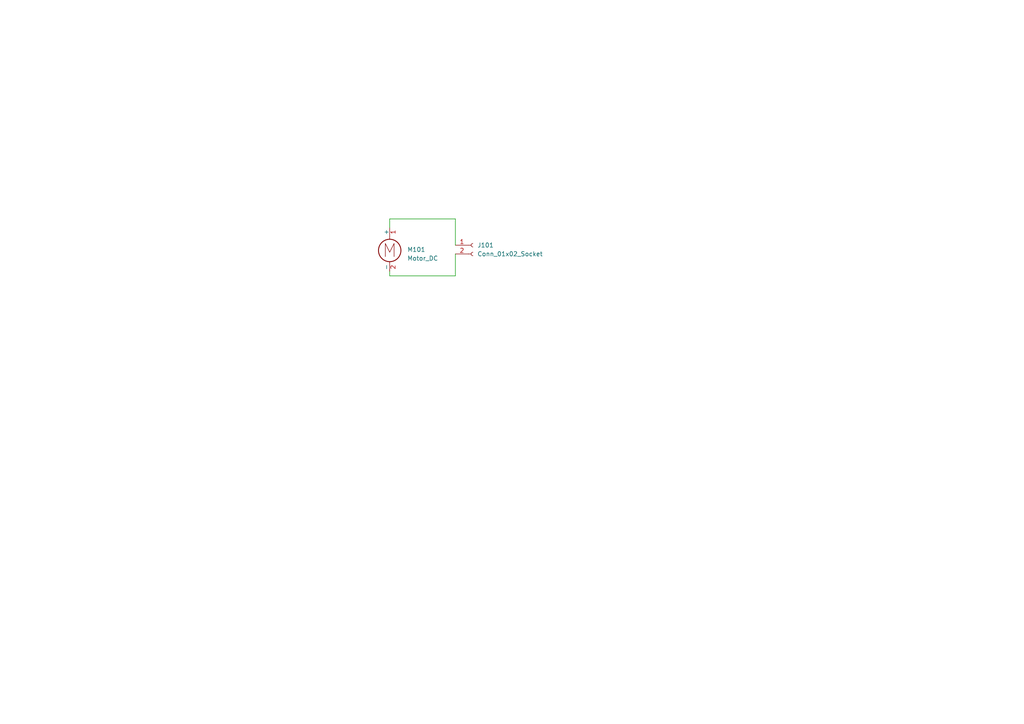
<source format=kicad_sch>
(kicad_sch (version 20230121) (generator eeschema)
  (paper "A4")
  (lib_symbols
    (symbol "Connector:Conn_01x02_Socket" (pin_names (offset 1.016) hide)
      (property "Reference" "J" (at 0 2.54 0))
      (property "Value" "Conn_01x02_Socket" (at 0 -5.08 0))
      (symbol "Conn_01x02_Socket_1_1"
        (arc (start 0 -2.032) (mid -0.5058 -2.54) (end 0 -3.048) (stroke (width 0.1524)))
        (polyline (pts (xy -1.27 -2.54) (xy -0.508 -2.54)) (stroke (width 0.1524)))
        (polyline (pts (xy -1.27 0) (xy -0.508 0)) (stroke (width 0.1524)))
        (arc (start 0 0.508) (mid -0.5058 0) (end 0 -0.508) (stroke (width 0.1524)))
        (pin passive line (at -5.08 0 0) (length 3.81) (name "Pin_1") (number "1"))
        (pin passive line (at -5.08 -2.54 0) (length 3.81) (name "Pin_2") (number "2"))
      )
    )
    (symbol "Motor:Motor_DC" (pin_names (offset 0))
      (property "Reference" "M" (at 2.54 2.54 0))
      (property "Value" "Motor_DC" (at 2.54 -5.08 0))
      (symbol "Motor_DC_0_0"
        (polyline (pts (xy -1.27 -3.302) (xy -1.27 0.508) (xy 0 -2.032) (xy 1.27 0.508) (xy 1.27 -3.302)))
      )
      (symbol "Motor_DC_0_1"
        (circle (center 0 -1.524) (radius 3.2512) (stroke (width 0.254)))
        (polyline (pts (xy 0 -7.62) (xy 0 -7.112)))
        (polyline (pts (xy 0 -4.7752) (xy 0 -5.1816)))
        (polyline (pts (xy 0 1.7272) (xy 0 2.0828)))
        (polyline (pts (xy 0 2.032) (xy 0 2.54)))
      )
      (symbol "Motor_DC_1_1"
        (pin passive line (at 0 5.08 270) (length 2.54) (name "+") (number "1"))
        (pin passive line (at 0 -7.62 90) (length 2.54) (name "-") (number "2"))
      )
    )
  )
  (wire (pts (xy 113.03 78.74) (xy 113.03 80.01)))
  (wire (pts (xy 132.08 80.01) (xy 113.03 80.01)))
  (wire (pts (xy 132.08 63.5) (xy 132.08 71.12)))
  (wire (pts (xy 113.03 66.04) (xy 113.03 63.5)))
  (wire (pts (xy 132.08 73.66) (xy 132.08 80.01)))
  (wire (pts (xy 113.03 63.5) (xy 132.08 63.5)))
  (symbol (lib_id "Motor:Motor_DC") (at 113.03 71.12 0) (unit 1)
    (property "Reference" "M101" (at 118.11 72.3899 0) (effects (justify left)))
    (property "Value" "Motor_DC" (at 118.11 74.9299 0) (effects (justify left)))
    (property "Footprint" "Custom:Chihai_CHR_GM16" (effects hide))
  )
  (symbol (lib_id "Connector:Conn_01x02_Socket") (at 137.16 71.12 0) (unit 1)
    (property "Reference" "J101" (at 138.43 71.1199 0) (effects (justify left)))
    (property "Value" "Conn_01x02_Socket" (at 138.43 73.6599 0) (effects (justify left)))
    (property "Footprint" "Connector_JST:JST_PH_B2B-PH-K_1x02_P2.00mm_Vertical" (effects hide))
  )
)
</source>
